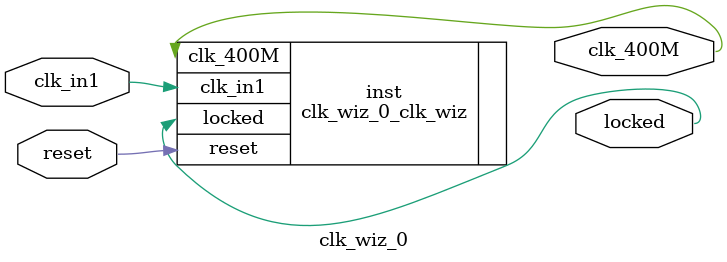
<source format=v>


`timescale 1ps/1ps

(* CORE_GENERATION_INFO = "clk_wiz_0,clk_wiz_v5_4_3_0,{component_name=clk_wiz_0,use_phase_alignment=true,use_min_o_jitter=false,use_max_i_jitter=false,use_dyn_phase_shift=false,use_inclk_switchover=false,use_dyn_reconfig=false,enable_axi=0,feedback_source=FDBK_AUTO,PRIMITIVE=MMCM,num_out_clk=1,clkin1_period=10.000,clkin2_period=10.000,use_power_down=false,use_reset=true,use_locked=true,use_inclk_stopped=false,feedback_type=SINGLE,CLOCK_MGR_TYPE=NA,manual_override=false}" *)

module clk_wiz_0 
 (
  // Clock out ports
  output        clk_400M,
  // Status and control signals
  input         reset,
  output        locked,
 // Clock in ports
  input         clk_in1
 );

  clk_wiz_0_clk_wiz inst
  (
  // Clock out ports  
  .clk_400M(clk_400M),
  // Status and control signals               
  .reset(reset), 
  .locked(locked),
 // Clock in ports
  .clk_in1(clk_in1)
  );

endmodule

</source>
